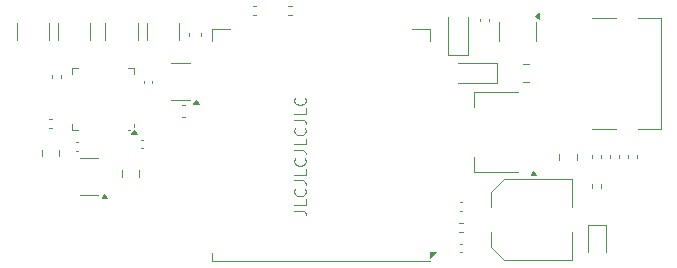
<source format=gbr>
%TF.GenerationSoftware,KiCad,Pcbnew,8.0.1*%
%TF.CreationDate,2024-04-21T19:45:24+02:00*%
%TF.ProjectId,Hypersonic_pcb,48797065-7273-46f6-9e69-635f7063622e,rev?*%
%TF.SameCoordinates,Original*%
%TF.FileFunction,Legend,Top*%
%TF.FilePolarity,Positive*%
%FSLAX46Y46*%
G04 Gerber Fmt 4.6, Leading zero omitted, Abs format (unit mm)*
G04 Created by KiCad (PCBNEW 8.0.1) date 2024-04-21 19:45:24*
%MOMM*%
%LPD*%
G01*
G04 APERTURE LIST*
%ADD10C,0.100000*%
%ADD11C,0.120000*%
G04 APERTURE END LIST*
D10*
X120372419Y-98660401D02*
X121086704Y-98660401D01*
X121086704Y-98660401D02*
X121229561Y-98708020D01*
X121229561Y-98708020D02*
X121324800Y-98803258D01*
X121324800Y-98803258D02*
X121372419Y-98946115D01*
X121372419Y-98946115D02*
X121372419Y-99041353D01*
X121372419Y-97708020D02*
X121372419Y-98184210D01*
X121372419Y-98184210D02*
X120372419Y-98184210D01*
X121277180Y-96803258D02*
X121324800Y-96850877D01*
X121324800Y-96850877D02*
X121372419Y-96993734D01*
X121372419Y-96993734D02*
X121372419Y-97088972D01*
X121372419Y-97088972D02*
X121324800Y-97231829D01*
X121324800Y-97231829D02*
X121229561Y-97327067D01*
X121229561Y-97327067D02*
X121134323Y-97374686D01*
X121134323Y-97374686D02*
X120943847Y-97422305D01*
X120943847Y-97422305D02*
X120800990Y-97422305D01*
X120800990Y-97422305D02*
X120610514Y-97374686D01*
X120610514Y-97374686D02*
X120515276Y-97327067D01*
X120515276Y-97327067D02*
X120420038Y-97231829D01*
X120420038Y-97231829D02*
X120372419Y-97088972D01*
X120372419Y-97088972D02*
X120372419Y-96993734D01*
X120372419Y-96993734D02*
X120420038Y-96850877D01*
X120420038Y-96850877D02*
X120467657Y-96803258D01*
X120372419Y-96088972D02*
X121086704Y-96088972D01*
X121086704Y-96088972D02*
X121229561Y-96136591D01*
X121229561Y-96136591D02*
X121324800Y-96231829D01*
X121324800Y-96231829D02*
X121372419Y-96374686D01*
X121372419Y-96374686D02*
X121372419Y-96469924D01*
X121372419Y-95136591D02*
X121372419Y-95612781D01*
X121372419Y-95612781D02*
X120372419Y-95612781D01*
X121277180Y-94231829D02*
X121324800Y-94279448D01*
X121324800Y-94279448D02*
X121372419Y-94422305D01*
X121372419Y-94422305D02*
X121372419Y-94517543D01*
X121372419Y-94517543D02*
X121324800Y-94660400D01*
X121324800Y-94660400D02*
X121229561Y-94755638D01*
X121229561Y-94755638D02*
X121134323Y-94803257D01*
X121134323Y-94803257D02*
X120943847Y-94850876D01*
X120943847Y-94850876D02*
X120800990Y-94850876D01*
X120800990Y-94850876D02*
X120610514Y-94803257D01*
X120610514Y-94803257D02*
X120515276Y-94755638D01*
X120515276Y-94755638D02*
X120420038Y-94660400D01*
X120420038Y-94660400D02*
X120372419Y-94517543D01*
X120372419Y-94517543D02*
X120372419Y-94422305D01*
X120372419Y-94422305D02*
X120420038Y-94279448D01*
X120420038Y-94279448D02*
X120467657Y-94231829D01*
X120372419Y-93517543D02*
X121086704Y-93517543D01*
X121086704Y-93517543D02*
X121229561Y-93565162D01*
X121229561Y-93565162D02*
X121324800Y-93660400D01*
X121324800Y-93660400D02*
X121372419Y-93803257D01*
X121372419Y-93803257D02*
X121372419Y-93898495D01*
X121372419Y-92565162D02*
X121372419Y-93041352D01*
X121372419Y-93041352D02*
X120372419Y-93041352D01*
X121277180Y-91660400D02*
X121324800Y-91708019D01*
X121324800Y-91708019D02*
X121372419Y-91850876D01*
X121372419Y-91850876D02*
X121372419Y-91946114D01*
X121372419Y-91946114D02*
X121324800Y-92088971D01*
X121324800Y-92088971D02*
X121229561Y-92184209D01*
X121229561Y-92184209D02*
X121134323Y-92231828D01*
X121134323Y-92231828D02*
X120943847Y-92279447D01*
X120943847Y-92279447D02*
X120800990Y-92279447D01*
X120800990Y-92279447D02*
X120610514Y-92231828D01*
X120610514Y-92231828D02*
X120515276Y-92184209D01*
X120515276Y-92184209D02*
X120420038Y-92088971D01*
X120420038Y-92088971D02*
X120372419Y-91946114D01*
X120372419Y-91946114D02*
X120372419Y-91850876D01*
X120372419Y-91850876D02*
X120420038Y-91708019D01*
X120420038Y-91708019D02*
X120467657Y-91660400D01*
X120372419Y-90946114D02*
X121086704Y-90946114D01*
X121086704Y-90946114D02*
X121229561Y-90993733D01*
X121229561Y-90993733D02*
X121324800Y-91088971D01*
X121324800Y-91088971D02*
X121372419Y-91231828D01*
X121372419Y-91231828D02*
X121372419Y-91327066D01*
X121372419Y-89993733D02*
X121372419Y-90469923D01*
X121372419Y-90469923D02*
X120372419Y-90469923D01*
X121277180Y-89088971D02*
X121324800Y-89136590D01*
X121324800Y-89136590D02*
X121372419Y-89279447D01*
X121372419Y-89279447D02*
X121372419Y-89374685D01*
X121372419Y-89374685D02*
X121324800Y-89517542D01*
X121324800Y-89517542D02*
X121229561Y-89612780D01*
X121229561Y-89612780D02*
X121134323Y-89660399D01*
X121134323Y-89660399D02*
X120943847Y-89708018D01*
X120943847Y-89708018D02*
X120800990Y-89708018D01*
X120800990Y-89708018D02*
X120610514Y-89660399D01*
X120610514Y-89660399D02*
X120515276Y-89612780D01*
X120515276Y-89612780D02*
X120420038Y-89517542D01*
X120420038Y-89517542D02*
X120372419Y-89374685D01*
X120372419Y-89374685D02*
X120372419Y-89279447D01*
X120372419Y-89279447D02*
X120420038Y-89136590D01*
X120420038Y-89136590D02*
X120467657Y-89088971D01*
D11*
%TO.C,U1*%
X113445606Y-83310000D02*
X113445606Y-84310000D01*
X113445606Y-83310000D02*
X114945606Y-83310000D01*
X113445606Y-102910000D02*
X113445606Y-102210000D01*
X131845606Y-83310000D02*
X130345606Y-83310000D01*
X131845606Y-84310000D02*
X131845606Y-83310000D01*
X131845606Y-102910000D02*
X113445606Y-102910000D01*
X131845606Y-102660000D02*
X131845606Y-102160000D01*
X132345606Y-102160000D01*
X131845606Y-102660000D01*
G36*
X131845606Y-102660000D02*
G01*
X131845606Y-102160000D01*
X132345606Y-102160000D01*
X131845606Y-102660000D01*
G37*
%TO.C,C8*%
X137055407Y-97051781D02*
X137055407Y-98337344D01*
X137055407Y-97051781D02*
X138119844Y-95987344D01*
X137055407Y-101742907D02*
X137055407Y-100457344D01*
X137055407Y-101742907D02*
X138119844Y-102807344D01*
X138119844Y-95987344D02*
X143875407Y-95987344D01*
X138119844Y-102807344D02*
X143875407Y-102807344D01*
X143875407Y-95987344D02*
X143875407Y-98337344D01*
X143875407Y-102807344D02*
X143875407Y-100457344D01*
%TO.C,CF4*%
X100390000Y-84211252D02*
X100390000Y-82788748D01*
X103110000Y-84211252D02*
X103110000Y-82788748D01*
%TO.C,C7*%
X107607836Y-92652500D02*
X107392164Y-92652500D01*
X107607836Y-93372500D02*
X107392164Y-93372500D01*
%TO.C,D3*%
X137510000Y-86150000D02*
X134250000Y-86150000D01*
X137510000Y-87850000D02*
X134250000Y-87850000D01*
X137510000Y-87850000D02*
X137510000Y-86150000D01*
%TO.C,R4*%
X147120000Y-93906359D02*
X147120000Y-94213641D01*
X147880000Y-93906359D02*
X147880000Y-94213641D01*
%TO.C,C10*%
X99015000Y-94023753D02*
X99015000Y-93501247D01*
X100485000Y-94023753D02*
X100485000Y-93501247D01*
%TO.C,R6*%
X119846359Y-81370000D02*
X120153641Y-81370000D01*
X119846359Y-82130000D02*
X120153641Y-82130000D01*
%TO.C,C14*%
X99642164Y-90902500D02*
X99857836Y-90902500D01*
X99642164Y-91622500D02*
X99857836Y-91622500D01*
%TO.C,U4*%
X103000000Y-94202499D02*
X102200000Y-94202500D01*
X103000000Y-94202499D02*
X103800000Y-94202500D01*
X103000000Y-97322501D02*
X102200000Y-97322500D01*
X103000000Y-97322501D02*
X103800000Y-97322500D01*
X104540000Y-97602500D02*
X104060000Y-97602500D01*
X104300000Y-97272500D01*
X104540000Y-97602500D01*
G36*
X104540000Y-97602500D02*
G01*
X104060000Y-97602500D01*
X104300000Y-97272500D01*
X104540000Y-97602500D01*
G37*
%TO.C,U2*%
X137689999Y-83500000D02*
X137690000Y-82700000D01*
X137689999Y-83500000D02*
X137690000Y-84300000D01*
X140810001Y-83500000D02*
X140810000Y-82700000D01*
X140810001Y-83500000D02*
X140810000Y-84300000D01*
X141090000Y-82440000D02*
X140760000Y-82200000D01*
X141090000Y-81960000D01*
X141090000Y-82440000D01*
G36*
X141090000Y-82440000D02*
G01*
X140760000Y-82200000D01*
X141090000Y-81960000D01*
X141090000Y-82440000D01*
G37*
%TO.C,U3*%
X135590000Y-88590000D02*
X135590000Y-89849999D01*
X135590000Y-95410000D02*
X135590000Y-94150001D01*
X139350000Y-88589999D02*
X135590000Y-88590000D01*
X139350000Y-95410001D02*
X135590000Y-95410000D01*
X140870000Y-95640000D02*
X140390000Y-95640000D01*
X140630000Y-95310000D01*
X140870000Y-95640000D01*
G36*
X140870000Y-95640000D02*
G01*
X140390000Y-95640000D01*
X140630000Y-95310000D01*
X140870000Y-95640000D01*
G37*
%TO.C,C9*%
X107640000Y-87642164D02*
X107640000Y-87857836D01*
X108360000Y-87642164D02*
X108360000Y-87857836D01*
%TO.C,J1*%
X145600000Y-82360000D02*
X147600000Y-82360000D01*
X145600000Y-91760000D02*
X147600000Y-91760000D01*
X149500000Y-82360001D02*
X151400000Y-82360001D01*
X149500000Y-91759999D02*
X151400000Y-91759999D01*
X151400000Y-91759999D02*
X151400000Y-82360001D01*
%TO.C,C15*%
X111140581Y-89740000D02*
X110859419Y-89740000D01*
X111140581Y-90760000D02*
X110859419Y-90760000D01*
%TO.C,U6*%
X110750000Y-86189999D02*
X109950000Y-86190000D01*
X110750000Y-86189999D02*
X111550000Y-86190000D01*
X110750000Y-89310001D02*
X109950000Y-89310000D01*
X110750000Y-89310001D02*
X111550000Y-89310000D01*
X112290000Y-89590000D02*
X111810000Y-89590000D01*
X112050000Y-89260000D01*
X112290000Y-89590000D01*
G36*
X112290000Y-89590000D02*
G01*
X111810000Y-89590000D01*
X112050000Y-89260000D01*
X112290000Y-89590000D01*
G37*
%TO.C,R5*%
X116846359Y-81370000D02*
X117153641Y-81370000D01*
X116846359Y-82130000D02*
X117153641Y-82130000D01*
%TO.C,C2*%
X134607836Y-101450000D02*
X134392164Y-101450000D01*
X134607836Y-102170000D02*
X134392164Y-102170000D01*
%TO.C,D2*%
X133400000Y-85510000D02*
X133400000Y-82250000D01*
X133400000Y-85510000D02*
X135100000Y-85510000D01*
X135100000Y-85510000D02*
X135100000Y-82250000D01*
%TO.C,R1*%
X148620000Y-93906359D02*
X148620000Y-94213641D01*
X149380000Y-93906359D02*
X149380000Y-94213641D01*
%TO.C,D4*%
X145265000Y-99862501D02*
X145265000Y-102147501D01*
X146735000Y-99862501D02*
X145265000Y-99862501D01*
X146735000Y-102147501D02*
X146735000Y-99862501D01*
%TO.C,C6*%
X144296331Y-93844767D02*
X144296331Y-94367273D01*
X142826331Y-93844767D02*
X142826331Y-94367273D01*
%TO.C,CF1*%
X104390000Y-84211252D02*
X104390000Y-82788748D01*
X107110000Y-84211252D02*
X107110000Y-82788748D01*
%TO.C,C4*%
X140261253Y-86265000D02*
X139738747Y-86265000D01*
X140261253Y-87735000D02*
X139738747Y-87735000D01*
%TO.C,R7*%
X145620000Y-96713641D02*
X145620000Y-96406359D01*
X146380000Y-96713641D02*
X146380000Y-96406359D01*
%TO.C,CF3*%
X107890000Y-84211252D02*
X107890000Y-82788748D01*
X110610000Y-84211252D02*
X110610000Y-82788748D01*
%TO.C,R2*%
X134346359Y-99680000D02*
X134653641Y-99680000D01*
X134346359Y-100440000D02*
X134653641Y-100440000D01*
%TO.C,U5*%
X101590000Y-86602500D02*
X101590000Y-87077500D01*
X101590000Y-91822500D02*
X101590000Y-91347500D01*
X102065000Y-86602500D02*
X101590000Y-86602500D01*
X102065000Y-91822500D02*
X101590000Y-91822500D01*
X106335000Y-86602500D02*
X106810000Y-86602500D01*
X106335000Y-91822500D02*
X106510000Y-91822500D01*
X106810000Y-86602500D02*
X106810000Y-87077500D01*
X106810000Y-91347500D02*
X106810000Y-91582500D01*
X107050000Y-92152500D02*
X106570000Y-92152500D01*
X106810000Y-91822500D01*
X107050000Y-92152500D01*
G36*
X107050000Y-92152500D02*
G01*
X106570000Y-92152500D01*
X106810000Y-91822500D01*
X107050000Y-92152500D01*
G37*
%TO.C,C13*%
X99890000Y-87204664D02*
X99890000Y-87420336D01*
X100610000Y-87204664D02*
X100610000Y-87420336D01*
%TO.C,R3*%
X145620000Y-93906359D02*
X145620000Y-94213641D01*
X146380000Y-93906359D02*
X146380000Y-94213641D01*
%TO.C,C1*%
X134607836Y-97950000D02*
X134392164Y-97950000D01*
X134607836Y-98670000D02*
X134392164Y-98670000D01*
%TO.C,CF2*%
X96890000Y-84211252D02*
X96890000Y-82788748D01*
X99610000Y-84211252D02*
X99610000Y-82788748D01*
%TO.C,C3*%
X136860000Y-82392164D02*
X136860000Y-82607836D01*
X136140000Y-82392164D02*
X136140000Y-82607836D01*
%TO.C,C12*%
X102107836Y-92852500D02*
X101892164Y-92852500D01*
X102107836Y-93572500D02*
X101892164Y-93572500D01*
%TO.C,C5*%
X105765000Y-95773753D02*
X105765000Y-95251247D01*
X107235000Y-95773753D02*
X107235000Y-95251247D01*
%TO.C,C11*%
X111490000Y-83609419D02*
X111490000Y-83890581D01*
X112510000Y-83609419D02*
X112510000Y-83890581D01*
%TD*%
M02*

</source>
